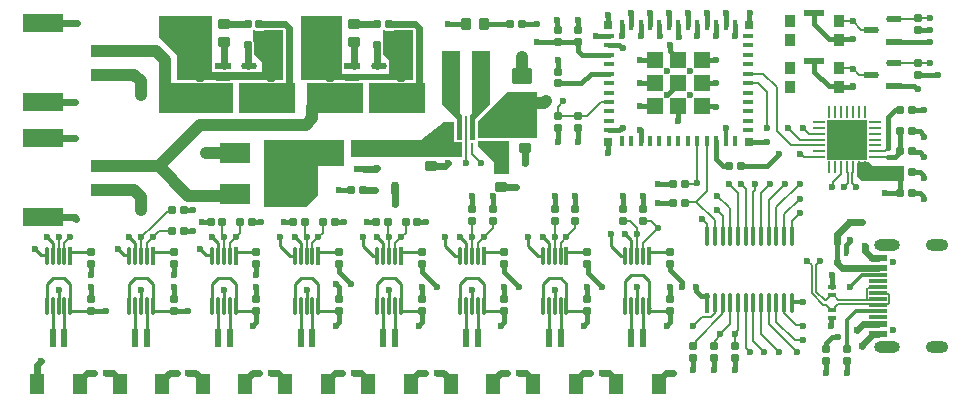
<source format=gtl>
G04*
G04 #@! TF.GenerationSoftware,Altium Limited,Altium Designer,25.5.2 (35)*
G04*
G04 Layer_Physical_Order=1*
G04 Layer_Color=255*
%FSLAX44Y44*%
%MOMM*%
G71*
G04*
G04 #@! TF.SameCoordinates,E2347265-D20F-491F-8A9E-089D316F0C9A*
G04*
G04*
G04 #@! TF.FilePolarity,Positive*
G04*
G01*
G75*
%ADD11C,0.2500*%
%ADD13C,0.1524*%
%ADD14C,0.2000*%
%ADD15C,0.3000*%
G04:AMPARAMS|DCode=17|XSize=0.6mm|YSize=0.7mm|CornerRadius=0.075mm|HoleSize=0mm|Usage=FLASHONLY|Rotation=180.000|XOffset=0mm|YOffset=0mm|HoleType=Round|Shape=RoundedRectangle|*
%AMROUNDEDRECTD17*
21,1,0.6000,0.5500,0,0,180.0*
21,1,0.4500,0.7000,0,0,180.0*
1,1,0.1500,-0.2250,0.2750*
1,1,0.1500,0.2250,0.2750*
1,1,0.1500,0.2250,-0.2750*
1,1,0.1500,-0.2250,-0.2750*
%
%ADD17ROUNDEDRECTD17*%
G04:AMPARAMS|DCode=18|XSize=0.8mm|YSize=1mm|CornerRadius=0.1mm|HoleSize=0mm|Usage=FLASHONLY|Rotation=90.000|XOffset=0mm|YOffset=0mm|HoleType=Round|Shape=RoundedRectangle|*
%AMROUNDEDRECTD18*
21,1,0.8000,0.8000,0,0,90.0*
21,1,0.6000,1.0000,0,0,90.0*
1,1,0.2000,0.4000,0.3000*
1,1,0.2000,0.4000,-0.3000*
1,1,0.2000,-0.4000,-0.3000*
1,1,0.2000,-0.4000,0.3000*
%
%ADD18ROUNDEDRECTD18*%
G04:AMPARAMS|DCode=19|XSize=0.6mm|YSize=0.7mm|CornerRadius=0.075mm|HoleSize=0mm|Usage=FLASHONLY|Rotation=90.000|XOffset=0mm|YOffset=0mm|HoleType=Round|Shape=RoundedRectangle|*
%AMROUNDEDRECTD19*
21,1,0.6000,0.5500,0,0,90.0*
21,1,0.4500,0.7000,0,0,90.0*
1,1,0.1500,0.2750,0.2250*
1,1,0.1500,0.2750,-0.2250*
1,1,0.1500,-0.2750,-0.2250*
1,1,0.1500,-0.2750,0.2250*
%
%ADD19ROUNDEDRECTD19*%
%ADD20R,1.5000X0.6000*%
%ADD21R,1.5000X0.3000*%
%ADD22R,0.6500X0.4000*%
%ADD23R,1.4478X1.4478*%
%ADD24R,0.7112X0.7112*%
%ADD25R,0.4064X0.8128*%
%ADD26R,0.8128X0.4064*%
G04:AMPARAMS|DCode=27|XSize=0.2425mm|YSize=1.0311mm|CornerRadius=0.1212mm|HoleSize=0mm|Usage=FLASHONLY|Rotation=90.000|XOffset=0mm|YOffset=0mm|HoleType=Round|Shape=RoundedRectangle|*
%AMROUNDEDRECTD27*
21,1,0.2425,0.7886,0,0,90.0*
21,1,0.0000,1.0311,0,0,90.0*
1,1,0.2425,0.3943,0.0000*
1,1,0.2425,0.3943,0.0000*
1,1,0.2425,-0.3943,0.0000*
1,1,0.2425,-0.3943,0.0000*
%
%ADD27ROUNDEDRECTD27*%
G04:AMPARAMS|DCode=28|XSize=1.0311mm|YSize=0.2425mm|CornerRadius=0.1212mm|HoleSize=0mm|Usage=FLASHONLY|Rotation=90.000|XOffset=0mm|YOffset=0mm|HoleType=Round|Shape=RoundedRectangle|*
%AMROUNDEDRECTD28*
21,1,1.0311,0.0000,0,0,90.0*
21,1,0.7886,0.2425,0,0,90.0*
1,1,0.2425,0.0000,0.3943*
1,1,0.2425,0.0000,-0.3943*
1,1,0.2425,0.0000,-0.3943*
1,1,0.2425,0.0000,0.3943*
%
%ADD28ROUNDEDRECTD28*%
%ADD29R,0.2425X1.0311*%
%ADD30R,3.5000X1.0000*%
%ADD31R,3.4000X1.5000*%
%ADD32R,0.6000X1.5500*%
%ADD33R,1.2000X1.8000*%
%ADD34R,0.9800X3.4000*%
%ADD35R,1.3383X0.5780*%
G04:AMPARAMS|DCode=36|XSize=1.3383mm|YSize=0.578mm|CornerRadius=0.289mm|HoleSize=0mm|Usage=FLASHONLY|Rotation=0.000|XOffset=0mm|YOffset=0mm|HoleType=Round|Shape=RoundedRectangle|*
%AMROUNDEDRECTD36*
21,1,1.3383,0.0000,0,0,0.0*
21,1,0.7603,0.5780,0,0,0.0*
1,1,0.5780,0.3802,0.0000*
1,1,0.5780,-0.3802,0.0000*
1,1,0.5780,-0.3802,0.0000*
1,1,0.5780,0.3802,0.0000*
%
%ADD36ROUNDEDRECTD36*%
G04:AMPARAMS|DCode=37|XSize=1.3571mm|YSize=0.5721mm|CornerRadius=0.2861mm|HoleSize=0mm|Usage=FLASHONLY|Rotation=180.000|XOffset=0mm|YOffset=0mm|HoleType=Round|Shape=RoundedRectangle|*
%AMROUNDEDRECTD37*
21,1,1.3571,0.0000,0,0,180.0*
21,1,0.7850,0.5721,0,0,180.0*
1,1,0.5721,-0.3925,0.0000*
1,1,0.5721,0.3925,0.0000*
1,1,0.5721,0.3925,0.0000*
1,1,0.5721,-0.3925,0.0000*
%
%ADD37ROUNDEDRECTD37*%
%ADD38R,1.3571X0.5721*%
%ADD39R,0.9000X1.0000*%
%ADD40R,1.7000X0.5500*%
%ADD41R,0.3500X1.5565*%
G04:AMPARAMS|DCode=42|XSize=1.5565mm|YSize=0.35mm|CornerRadius=0.175mm|HoleSize=0mm|Usage=FLASHONLY|Rotation=270.000|XOffset=0mm|YOffset=0mm|HoleType=Round|Shape=RoundedRectangle|*
%AMROUNDEDRECTD42*
21,1,1.5565,0.0000,0,0,270.0*
21,1,1.2065,0.3500,0,0,270.0*
1,1,0.3500,0.0000,-0.6033*
1,1,0.3500,0.0000,0.6033*
1,1,0.3500,0.0000,0.6033*
1,1,0.3500,0.0000,-0.6033*
%
%ADD42ROUNDEDRECTD42*%
%ADD43R,1.1500X0.6000*%
%ADD44R,0.3808X1.6554*%
G04:AMPARAMS|DCode=45|XSize=1.6554mm|YSize=0.3808mm|CornerRadius=0.1904mm|HoleSize=0mm|Usage=FLASHONLY|Rotation=90.000|XOffset=0mm|YOffset=0mm|HoleType=Round|Shape=RoundedRectangle|*
%AMROUNDEDRECTD45*
21,1,1.6554,0.0000,0,0,90.0*
21,1,1.2747,0.3808,0,0,90.0*
1,1,0.3808,0.0000,0.6373*
1,1,0.3808,0.0000,-0.6373*
1,1,0.3808,0.0000,-0.6373*
1,1,0.3808,0.0000,0.6373*
%
%ADD45ROUNDEDRECTD45*%
%ADD46R,0.7025X1.2575*%
G04:AMPARAMS|DCode=47|XSize=1.2575mm|YSize=0.7025mm|CornerRadius=0.3512mm|HoleSize=0mm|Usage=FLASHONLY|Rotation=270.000|XOffset=0mm|YOffset=0mm|HoleType=Round|Shape=RoundedRectangle|*
%AMROUNDEDRECTD47*
21,1,1.2575,0.0000,0,0,270.0*
21,1,0.5550,0.7025,0,0,270.0*
1,1,0.7025,0.0000,-0.2775*
1,1,0.7025,0.0000,0.2775*
1,1,0.7025,0.0000,0.2775*
1,1,0.7025,0.0000,-0.2775*
%
%ADD47ROUNDEDRECTD47*%
G04:AMPARAMS|DCode=48|XSize=0.24mm|YSize=0.6mm|CornerRadius=0.0504mm|HoleSize=0mm|Usage=FLASHONLY|Rotation=270.000|XOffset=0mm|YOffset=0mm|HoleType=Round|Shape=RoundedRectangle|*
%AMROUNDEDRECTD48*
21,1,0.2400,0.4992,0,0,270.0*
21,1,0.1392,0.6000,0,0,270.0*
1,1,0.1008,-0.2496,-0.0696*
1,1,0.1008,-0.2496,0.0696*
1,1,0.1008,0.2496,0.0696*
1,1,0.1008,0.2496,-0.0696*
%
%ADD48ROUNDEDRECTD48*%
G04:AMPARAMS|DCode=49|XSize=0.6mm|YSize=0.24mm|CornerRadius=0.0504mm|HoleSize=0mm|Usage=FLASHONLY|Rotation=270.000|XOffset=0mm|YOffset=0mm|HoleType=Round|Shape=RoundedRectangle|*
%AMROUNDEDRECTD49*
21,1,0.6000,0.1392,0,0,270.0*
21,1,0.4992,0.2400,0,0,270.0*
1,1,0.1008,-0.0696,-0.2496*
1,1,0.1008,-0.0696,0.2496*
1,1,0.1008,0.0696,0.2496*
1,1,0.1008,0.0696,-0.2496*
%
%ADD49ROUNDEDRECTD49*%
%ADD50R,2.6000X1.7000*%
G04:AMPARAMS|DCode=51|XSize=0.8mm|YSize=1mm|CornerRadius=0.1mm|HoleSize=0mm|Usage=FLASHONLY|Rotation=0.000|XOffset=0mm|YOffset=0mm|HoleType=Round|Shape=RoundedRectangle|*
%AMROUNDEDRECTD51*
21,1,0.8000,0.8000,0,0,0.0*
21,1,0.6000,1.0000,0,0,0.0*
1,1,0.2000,0.3000,-0.4000*
1,1,0.2000,-0.3000,-0.4000*
1,1,0.2000,-0.3000,0.4000*
1,1,0.2000,0.3000,0.4000*
%
%ADD51ROUNDEDRECTD51*%
%ADD52R,0.4000X0.6500*%
G04:AMPARAMS|DCode=53|XSize=1.4mm|YSize=1.7mm|CornerRadius=0.175mm|HoleSize=0mm|Usage=FLASHONLY|Rotation=270.000|XOffset=0mm|YOffset=0mm|HoleType=Round|Shape=RoundedRectangle|*
%AMROUNDEDRECTD53*
21,1,1.4000,1.3500,0,0,270.0*
21,1,1.0500,1.7000,0,0,270.0*
1,1,0.3500,-0.6750,-0.5250*
1,1,0.3500,-0.6750,0.5250*
1,1,0.3500,0.6750,0.5250*
1,1,0.3500,0.6750,-0.5250*
%
%ADD53ROUNDEDRECTD53*%
%ADD61R,3.3500X3.3500*%
G04:AMPARAMS|DCode=65|XSize=1.79mm|YSize=0.22mm|CornerRadius=0.0495mm|HoleSize=0mm|Usage=FLASHONLY|Rotation=270.000|XOffset=0mm|YOffset=0mm|HoleType=Round|Shape=RoundedRectangle|*
%AMROUNDEDRECTD65*
21,1,1.7900,0.1210,0,0,270.0*
21,1,1.6910,0.2200,0,0,270.0*
1,1,0.0990,-0.0605,-0.8455*
1,1,0.0990,-0.0605,0.8455*
1,1,0.0990,0.0605,0.8455*
1,1,0.0990,0.0605,-0.8455*
%
%ADD65ROUNDEDRECTD65*%
G04:AMPARAMS|DCode=66|XSize=1.79mm|YSize=0.24mm|CornerRadius=0.0504mm|HoleSize=0mm|Usage=FLASHONLY|Rotation=270.000|XOffset=0mm|YOffset=0mm|HoleType=Round|Shape=RoundedRectangle|*
%AMROUNDEDRECTD66*
21,1,1.7900,0.1392,0,0,270.0*
21,1,1.6892,0.2400,0,0,270.0*
1,1,0.1008,-0.0696,-0.8446*
1,1,0.1008,-0.0696,0.8446*
1,1,0.1008,0.0696,0.8446*
1,1,0.1008,0.0696,-0.8446*
%
%ADD66ROUNDEDRECTD66*%
%ADD70C,0.6000*%
%ADD75C,0.4000*%
%ADD76C,1.0000*%
%ADD77C,0.1582*%
%ADD78C,0.6000*%
%ADD79O,2.2000X1.0000*%
%ADD80O,1.9000X1.0000*%
G36*
X310000Y308113D02*
X350000D01*
Y320000D01*
X345098Y324902D01*
Y332500D01*
X345054Y332721D01*
Y335250D01*
X345000Y335521D01*
Y345000D01*
X346167D01*
X346677Y344660D01*
X347750Y344446D01*
X352250D01*
X353323Y344660D01*
X353686Y344902D01*
X369902D01*
Y302500D01*
X275000D01*
Y357500D01*
X310000D01*
Y308113D01*
D02*
G37*
G36*
X200000Y310000D02*
X200146D01*
Y309610D01*
X217529D01*
Y310000D01*
X225294D01*
X225453Y309894D01*
X227360Y309514D01*
X234964D01*
X236872Y309894D01*
X237031Y310000D01*
X242500D01*
Y317500D01*
X235098Y324902D01*
Y332500D01*
X235054Y332723D01*
Y335250D01*
X235000Y335520D01*
Y345000D01*
X236168D01*
X236677Y344660D01*
X237750Y344446D01*
X242250D01*
X243323Y344660D01*
X243685Y344902D01*
X259902D01*
Y302500D01*
X170000D01*
X170000Y324000D01*
X155000Y339000D01*
X155000Y357500D01*
X200000D01*
Y310000D01*
D02*
G37*
G36*
X380000Y275000D02*
X332500D01*
Y300000D01*
X356979D01*
X357250Y299946D01*
X362750D01*
X363021Y300000D01*
X380000D01*
Y275000D01*
D02*
G37*
G36*
X327500D02*
X280000D01*
Y300000D01*
X296979D01*
X297250Y299946D01*
X302750D01*
X303021Y300000D01*
X327500D01*
Y275000D01*
D02*
G37*
G36*
X270000D02*
X222500D01*
Y300000D01*
X246979D01*
X247250Y299946D01*
X252750D01*
X253021Y300000D01*
X270000D01*
Y275000D01*
D02*
G37*
G36*
X217500D02*
X155000D01*
Y300000D01*
X186979D01*
X187250Y299946D01*
X192750D01*
X193021Y300000D01*
X217500D01*
Y275000D01*
D02*
G37*
G36*
X475000Y253387D02*
X425000Y253387D01*
Y267500D01*
X450000Y292500D01*
X475000D01*
Y253387D01*
D02*
G37*
G36*
X435000Y282500D02*
X422500Y270000D01*
Y252500D01*
X418446D01*
Y273446D01*
X420000Y275000D01*
X420000Y327500D01*
X435000D01*
Y282500D01*
D02*
G37*
G36*
X410000Y275000D02*
X411733Y273267D01*
Y252500D01*
X407500D01*
Y270000D01*
X395000Y282500D01*
Y327500D01*
X410000D01*
X410000Y275000D01*
D02*
G37*
G36*
X405000Y250000D02*
X411618D01*
Y237500D01*
X400492D01*
X400000Y237598D01*
X399508Y237500D01*
X317500D01*
Y252500D01*
X376667D01*
X396667Y267500D01*
X405000D01*
Y250000D01*
D02*
G37*
G36*
X451000Y251347D02*
Y223000D01*
X439000D01*
Y233000D01*
X425089Y246911D01*
Y251348D01*
X451000Y251347D01*
D02*
G37*
G36*
X759979Y230000D02*
X786000D01*
Y217500D01*
X750000D01*
X745651Y221849D01*
Y224528D01*
X745775Y225152D01*
Y233038D01*
X746540Y233750D01*
X756229D01*
X759979Y230000D01*
D02*
G37*
G36*
X311250Y229904D02*
X290000Y229904D01*
Y204615D01*
X279583Y195000D01*
X243750D01*
Y252000D01*
X311250D01*
Y229904D01*
D02*
G37*
D11*
X570500Y157259D02*
X587500D01*
X545964Y153795D02*
X549538D01*
X537500Y162259D02*
Y169759D01*
Y162259D02*
X545964Y153795D01*
X587000Y157259D02*
X587500D01*
X570462Y107259D02*
X587500D01*
X55000Y155000D02*
X59538D01*
X50000Y160000D02*
X55000Y155000D01*
X360500Y157500D02*
X377500D01*
X550000Y172500D02*
X555000Y167500D01*
Y153267D02*
Y167500D01*
X479538Y154035D02*
X480000Y153574D01*
X467500Y162500D02*
X475965Y154035D01*
X467500Y162500D02*
Y170000D01*
X480000Y153509D02*
Y153574D01*
X475965Y154035D02*
X479538D01*
X397500Y162500D02*
Y170000D01*
X405965Y154035D02*
X409538D01*
X410000Y153509D02*
Y153573D01*
X409538Y154035D02*
X410000Y153573D01*
X397500Y162500D02*
X405965Y154035D01*
X340000Y153509D02*
Y153574D01*
X339538Y154036D02*
X340000Y153574D01*
X327500Y162500D02*
X335964Y154036D01*
X327500Y162500D02*
Y170000D01*
X335964Y154036D02*
X339538D01*
X270000Y153508D02*
Y153574D01*
X257500Y162500D02*
X265965Y154036D01*
X269538D02*
X270000Y153574D01*
X257500Y162500D02*
Y170000D01*
X265965Y154036D02*
X269538D01*
X565000Y92000D02*
Y113991D01*
X555000Y92000D02*
Y113991D01*
X205000Y160003D02*
X205000D01*
X205000Y153508D02*
Y165000D01*
X120000Y160000D02*
X125000Y155000D01*
X205000Y89500D02*
Y111491D01*
X215000Y89500D02*
Y111491D01*
X550000Y113991D02*
Y132500D01*
X555000Y137500D01*
X565000D01*
X570000Y132500D01*
Y113991D02*
Y132500D01*
X560000Y113991D02*
Y127500D01*
X480000Y111491D02*
Y130000D01*
X485000Y135000D01*
X495000D01*
X500000Y130000D01*
Y111491D02*
Y130000D01*
X490000Y111491D02*
Y125000D01*
X410001Y111491D02*
Y130000D01*
X415000Y135000D01*
X425000D01*
X430001Y130000D01*
Y111491D02*
Y130000D01*
X420001Y111491D02*
Y125000D01*
X340000Y111491D02*
Y130000D01*
X345001Y135000D01*
X355000D01*
X360000Y130000D01*
Y111491D02*
Y130000D01*
X350000Y111491D02*
Y125000D01*
X270000Y111491D02*
Y130000D01*
X275001Y135000D01*
X285000D01*
X290000Y130000D01*
Y111491D02*
Y130000D01*
X280000Y111491D02*
Y125000D01*
X200001Y111491D02*
Y130000D01*
X205001Y135000D01*
X215000D01*
X220001Y130000D01*
Y111491D02*
Y130000D01*
X210001Y111491D02*
Y125000D01*
X130000Y111491D02*
Y130000D01*
X135000Y135000D01*
X145000D01*
X150000Y130000D01*
Y111491D02*
Y130000D01*
X140000Y111491D02*
Y125000D01*
X70000Y111491D02*
Y125000D01*
X80000Y111491D02*
Y130000D01*
X75000Y135000D02*
X80000Y130000D01*
X65001Y135000D02*
X75000D01*
X60000Y130000D02*
X65001Y135000D01*
X60000Y111491D02*
Y130000D01*
X495000Y89500D02*
Y111491D01*
X485000Y89500D02*
Y111491D01*
X425000Y89500D02*
Y111491D01*
X415000Y89500D02*
Y111491D01*
X355000Y89500D02*
Y111491D01*
X345000Y89500D02*
Y111491D01*
X285000Y89500D02*
Y111491D01*
X275000Y89500D02*
Y111491D01*
X145000Y89500D02*
Y111491D01*
X135000Y89500D02*
Y111491D01*
X75000Y84500D02*
Y106491D01*
X65000Y84500D02*
Y106491D01*
Y153508D02*
Y165000D01*
X60000Y170000D02*
X65000Y165000D01*
X135000Y153508D02*
Y165000D01*
X130000Y170000D02*
X135000Y165000D01*
X125000Y155000D02*
X129538D01*
X200000Y170000D02*
X205000Y165000D01*
X195000Y155000D02*
X199538D01*
X190000Y160000D02*
X195000Y155000D01*
X275000Y153508D02*
Y165000D01*
X270000Y170000D02*
X275000Y165000D01*
X345000Y153508D02*
Y165000D01*
X340000Y170000D02*
X345000Y165000D01*
X415000Y153508D02*
Y165000D01*
X410000Y170000D02*
X415000Y165000D01*
X480000Y170000D02*
X485000Y165000D01*
Y153508D02*
Y165000D01*
X205000Y153508D02*
Y160003D01*
X220462Y107500D02*
X237500D01*
X220500Y157500D02*
X237500D01*
X290462Y107500D02*
X307500D01*
X290500Y157500D02*
X307500D01*
X80462Y107500D02*
X97500D01*
X80500Y157500D02*
X97500D01*
X150462Y107500D02*
X167500D01*
X150500Y157500D02*
X167500D01*
X360463Y107500D02*
X377500D01*
X430462D02*
X447500D01*
X430500Y157500D02*
X447500D01*
X500462Y107500D02*
X517500D01*
X500500Y157500D02*
X517500D01*
X570000Y110221D02*
Y113750D01*
Y110221D02*
X570462Y109759D01*
D13*
X678000Y259500D02*
X690000Y247500D01*
X666750Y308250D02*
X678000Y297000D01*
Y259500D02*
Y297000D01*
X625500Y82188D02*
X630000Y86688D01*
X625500Y77500D02*
Y82188D01*
X671250Y96250D02*
Y113996D01*
Y96250D02*
X695000Y72500D01*
X693500Y82500D02*
X700000D01*
X677750Y98250D02*
Y114246D01*
Y98250D02*
X693500Y82500D01*
X664750Y87750D02*
X680000Y72500D01*
X664750Y87750D02*
Y114246D01*
X210000Y153509D02*
Y171211D01*
X658250Y81750D02*
X667500Y72500D01*
X658250Y81750D02*
Y113996D01*
X797000Y317000D02*
X797500Y317500D01*
X777005Y317000D02*
X797000D01*
X797500Y317500D02*
X807500D01*
X565000Y183750D02*
X571250D01*
X577500Y177500D01*
X348750Y172461D02*
X350000Y171211D01*
X348750Y172461D02*
Y182500D01*
X350000Y153509D02*
Y171211D01*
X278750Y172461D02*
Y182500D01*
X280000Y153508D02*
Y171211D01*
X278750Y172461D02*
X280000Y171211D01*
X208750Y172461D02*
Y182500D01*
Y172461D02*
X210000Y171211D01*
X166056Y192306D02*
X166250Y192500D01*
X162306Y192306D02*
X166056D01*
X150537Y180537D02*
X162306Y192306D01*
X658250Y170754D02*
Y208250D01*
X660000Y210000D02*
Y215000D01*
X658250Y208250D02*
X660000Y210000D01*
X517500Y272500D02*
X529250Y284250D01*
X535750D01*
X510000Y272500D02*
X517500D01*
X492500Y272500D02*
X510000D01*
X492500Y280000D02*
X497500Y285000D01*
X492500Y272500D02*
Y280000D01*
X565000Y165000D02*
X577500Y177500D01*
X565000Y155767D02*
Y165000D01*
X610750Y215750D02*
Y251250D01*
X610188Y215188D02*
X610750Y215750D01*
X610000Y200000D02*
X618750Y208750D01*
X637500Y215000D02*
X645250Y207250D01*
Y171063D02*
Y207250D01*
X627500Y192500D02*
X632250Y187750D01*
Y170754D02*
Y187750D01*
X625750Y170754D02*
Y184250D01*
X610000Y200000D02*
X625750Y184250D01*
X600000Y200000D02*
X610000D01*
X618750Y208750D02*
Y251250D01*
X600188Y215188D02*
X610188D01*
X600000Y215000D02*
X600188Y215188D01*
X647500Y215000D02*
X651750Y210750D01*
Y171003D02*
Y210750D01*
X671250Y170754D02*
Y201250D01*
X684907Y214907D01*
X677750Y195250D02*
X697500Y215000D01*
X677750Y170754D02*
Y195250D01*
X664750Y207250D02*
X672500Y215000D01*
X664750Y170754D02*
Y207250D01*
X684250Y189250D02*
X697500Y202500D01*
X690750Y183250D02*
X697500Y190000D01*
X684250Y170754D02*
Y189250D01*
X690750Y170754D02*
Y183250D01*
X701082Y237500D02*
X714095D01*
X698582Y240000D02*
X701082Y237500D01*
X697500Y240000D02*
X698582D01*
X651750Y75750D02*
X655000Y72500D01*
X651750Y75750D02*
Y113937D01*
X684279Y105721D02*
Y114217D01*
X684250Y114246D02*
X684279Y114217D01*
Y105721D02*
X694611Y95389D01*
X699611D01*
X700000Y95000D01*
X547500Y183750D02*
X553750D01*
X560000Y172500D02*
Y177500D01*
X553750Y183750D02*
X560000Y177500D01*
X600000Y215000D02*
X600001Y215000D01*
X742500Y352500D02*
X749769Y345231D01*
X742250Y352750D02*
X742500Y352500D01*
X560000Y155767D02*
X560000Y155767D01*
Y153267D02*
Y172500D01*
X560000Y172500D01*
X642500Y77500D02*
Y87500D01*
Y77500D02*
X642500Y77500D01*
X642500Y87500D02*
Y88312D01*
Y87500D02*
X642500Y87500D01*
X642500Y88312D02*
X645250Y91062D01*
Y114246D01*
X638750Y96250D02*
Y114246D01*
X630000Y87500D02*
X638750Y96250D01*
X630000Y86688D02*
Y87500D01*
X150000Y170000D02*
X155000Y175000D01*
X166250D01*
X150537Y180537D02*
X150537D01*
X140000Y170000D02*
X150537Y180537D01*
X223750Y173750D02*
Y182500D01*
X220000Y170000D02*
X223750Y173750D01*
X293750Y173750D02*
Y182500D01*
X290000Y170000D02*
X293750Y173750D01*
X360000Y170000D02*
X363750Y173750D01*
Y182500D01*
X500000Y170000D02*
X507500Y177500D01*
Y183750D01*
X490000Y170000D02*
X490000Y170000D01*
Y183750D01*
X490000Y183750D01*
X430000Y170000D02*
X437500Y177500D01*
Y183750D01*
X420000Y170000D02*
X420000Y170000D01*
Y183750D01*
X420000Y183750D01*
X495000Y160003D02*
X495000D01*
X742250Y312750D02*
X747500Y307500D01*
X70000Y153509D02*
Y170000D01*
X75000Y165000D02*
X80000Y170000D01*
X75000Y160003D02*
Y165000D01*
X140000Y153509D02*
Y170000D01*
X145000Y165000D02*
X150000Y170000D01*
X145000Y160003D02*
Y165000D01*
X215000D02*
X220000Y170000D01*
X215000Y160003D02*
Y165000D01*
X285000D02*
X290000Y170000D01*
X285000Y160003D02*
Y165000D01*
X355000Y165000D02*
X360000Y170000D01*
X355000Y160003D02*
Y165000D01*
X420000Y153509D02*
Y170000D01*
X425000Y165000D02*
X430000Y170000D01*
X425000Y160003D02*
Y165000D01*
X495000Y160003D02*
Y165000D01*
X500000Y170000D01*
X490000Y153509D02*
Y170000D01*
X495000Y153509D02*
Y160003D01*
X215000D02*
X215000Y160002D01*
X687500Y262500D02*
X697500Y252500D01*
X702500D01*
X700000Y262500D02*
X705000Y257500D01*
X714095D01*
X670000Y262500D02*
Y292500D01*
X702500Y252500D02*
X714095D01*
X690000Y247500D02*
X702500D01*
X714095D01*
X662250Y300250D02*
X670000Y292500D01*
X653750Y300250D02*
X662250D01*
X653750Y308250D02*
X666750D01*
X797500Y355000D02*
X807500D01*
X747500Y307500D02*
X757994D01*
X730500Y313000D02*
X730750Y312750D01*
X742250D01*
X757764Y345231D02*
X757994Y345000D01*
X749769Y345231D02*
X757764D01*
X730500Y353000D02*
X730750Y352750D01*
X742250D01*
X777005Y354500D02*
X777256Y354750D01*
X797250D01*
X797500Y355000D01*
D14*
X615000Y102500D02*
X622500D01*
X625404Y105404D02*
Y113900D01*
X622500Y102500D02*
X625404Y105404D01*
Y113900D02*
X625750Y114246D01*
X632096Y104595D02*
Y114092D01*
X609462Y81962D02*
X632096Y104595D01*
X607500Y77500D02*
X607962D01*
X609462Y79000D01*
Y81962D01*
X725387Y212887D02*
Y216137D01*
X732500Y223250D02*
Y229095D01*
X725000Y212500D02*
X725387Y212887D01*
Y216137D02*
X732500Y223250D01*
X637611Y195000D02*
X638750Y193861D01*
Y170754D02*
Y193861D01*
X637500Y195000D02*
X637611D01*
X627500Y205000D02*
X637500Y195000D01*
X420000Y240000D02*
X427500Y232500D01*
X420000Y240000D02*
Y246000D01*
X607500Y95000D02*
X615000Y102500D01*
X619250Y170754D02*
Y180750D01*
X615000Y185000D02*
X619250Y180750D01*
X747500Y222500D02*
Y229095D01*
X750000Y220000D02*
X752500D01*
X747500Y222500D02*
X750000Y220000D01*
X752500D02*
Y229095D01*
X770001Y242500D02*
X772500Y245000D01*
X760905Y242500D02*
X770001D01*
X760905Y237500D02*
X772500D01*
X415000Y232500D02*
X415000Y232500D01*
Y263050D01*
D15*
X691123Y115000D02*
X700000D01*
X690750Y114627D02*
X691123Y115000D01*
X690750Y114246D02*
Y114627D01*
X750000Y137500D02*
X764000D01*
X740000Y127500D02*
X750000Y137500D01*
X737500Y75000D02*
Y100000D01*
X745000Y107500D01*
X764000D01*
X634750Y251250D02*
Y262250D01*
D17*
X240000Y350000D02*
D03*
X230000D02*
D03*
X176250Y192500D02*
D03*
X166250D02*
D03*
X792500Y277500D02*
D03*
X782500D02*
D03*
X792500Y242500D02*
D03*
X782500D02*
D03*
X782500Y260000D02*
D03*
X792500D02*
D03*
X176250Y175000D02*
D03*
X166250D02*
D03*
X233750Y182500D02*
D03*
X223750D02*
D03*
X198750Y182500D02*
D03*
X208750D02*
D03*
X303750Y182500D02*
D03*
X293750D02*
D03*
X268750Y182500D02*
D03*
X278750D02*
D03*
X373750Y182500D02*
D03*
X363750D02*
D03*
X338750Y182500D02*
D03*
X348750D02*
D03*
X647500Y230000D02*
D03*
X637500D02*
D03*
X590000Y215000D02*
D03*
X600000D02*
D03*
X590000Y199000D02*
D03*
X600000D02*
D03*
X462500Y350000D02*
D03*
X452500D02*
D03*
X340000Y350000D02*
D03*
X350000D02*
D03*
X350000Y332500D02*
D03*
X340000D02*
D03*
X240000Y332500D02*
D03*
X230000D02*
D03*
X327500Y210000D02*
D03*
X317500D02*
D03*
X782500Y207500D02*
D03*
X792500D02*
D03*
X782500Y225000D02*
D03*
X792500D02*
D03*
D18*
X210000Y350000D02*
D03*
Y335000D02*
D03*
X320000D02*
D03*
Y350000D02*
D03*
X445000Y260000D02*
D03*
Y245000D02*
D03*
Y227500D02*
D03*
Y212500D02*
D03*
X385000Y245000D02*
D03*
Y230000D02*
D03*
X465000Y260000D02*
D03*
Y245000D02*
D03*
D19*
X565000Y193750D02*
D03*
Y183750D02*
D03*
X492500Y262500D02*
D03*
Y272500D02*
D03*
X642500Y67500D02*
D03*
Y77500D02*
D03*
X625000Y67500D02*
D03*
Y77500D02*
D03*
X437500Y193750D02*
D03*
Y183750D02*
D03*
X420000Y193750D02*
D03*
Y183750D02*
D03*
X507500Y193750D02*
D03*
Y183750D02*
D03*
X490000Y193750D02*
D03*
Y183750D02*
D03*
X547500Y193750D02*
D03*
Y183750D02*
D03*
X797500Y317500D02*
D03*
Y307500D02*
D03*
X607500Y67500D02*
D03*
Y77500D02*
D03*
X797500Y355000D02*
D03*
Y345000D02*
D03*
X492500Y310000D02*
D03*
Y300000D02*
D03*
X720000Y75000D02*
D03*
Y65000D02*
D03*
X737500Y75000D02*
D03*
Y65000D02*
D03*
X510000Y272500D02*
D03*
Y262500D02*
D03*
X492500Y335000D02*
D03*
Y345000D02*
D03*
X510000Y335000D02*
D03*
Y345000D02*
D03*
X97500Y107500D02*
D03*
Y117500D02*
D03*
Y157500D02*
D03*
Y147500D02*
D03*
X167500Y107500D02*
D03*
Y117500D02*
D03*
Y157500D02*
D03*
Y147500D02*
D03*
X237500Y107500D02*
D03*
Y117500D02*
D03*
Y157500D02*
D03*
Y147500D02*
D03*
X307500Y107500D02*
D03*
Y117500D02*
D03*
Y157500D02*
D03*
Y147500D02*
D03*
X300000Y305000D02*
D03*
Y295000D02*
D03*
X190000Y305000D02*
D03*
Y295000D02*
D03*
X360000Y305000D02*
D03*
Y295000D02*
D03*
X250000Y305000D02*
D03*
Y295000D02*
D03*
X377500Y107500D02*
D03*
Y117500D02*
D03*
X377500Y157500D02*
D03*
Y147500D02*
D03*
X447500Y107500D02*
D03*
Y117500D02*
D03*
Y157500D02*
D03*
Y147500D02*
D03*
X517500Y107500D02*
D03*
Y117500D02*
D03*
Y157500D02*
D03*
Y147500D02*
D03*
X587500Y107259D02*
D03*
Y117259D02*
D03*
Y157259D02*
D03*
Y147259D02*
D03*
D20*
X764000Y96000D02*
D03*
Y88000D02*
D03*
Y152000D02*
D03*
Y144000D02*
D03*
D21*
Y102500D02*
D03*
Y107500D02*
D03*
Y112500D02*
D03*
Y137500D02*
D03*
Y132500D02*
D03*
Y127500D02*
D03*
Y122500D02*
D03*
Y117500D02*
D03*
D22*
X725000Y127500D02*
D03*
Y120500D02*
D03*
Y101500D02*
D03*
Y108500D02*
D03*
D23*
X594750Y320000D02*
D03*
X614500D02*
D03*
Y300250D02*
D03*
Y280500D02*
D03*
X594750D02*
D03*
X575000D02*
D03*
Y300250D02*
D03*
Y320000D02*
D03*
X594750Y300250D02*
D03*
D24*
X535250Y349750D02*
D03*
Y250751D02*
D03*
X654250Y250750D02*
D03*
Y349750D02*
D03*
D25*
X546750Y349250D02*
D03*
X554750D02*
D03*
X562750D02*
D03*
X570750D02*
D03*
X578750D02*
D03*
X586750D02*
D03*
X594750D02*
D03*
X602750D02*
D03*
X610750D02*
D03*
X618750D02*
D03*
X626750D02*
D03*
X634750D02*
D03*
X642750D02*
D03*
X642750Y251250D02*
D03*
X634750D02*
D03*
X626750D02*
D03*
X618750D02*
D03*
X610750D02*
D03*
X602750D02*
D03*
X594750D02*
D03*
X586750D02*
D03*
X578750D02*
D03*
X570750D02*
D03*
X562750D02*
D03*
X554750D02*
D03*
X546750D02*
D03*
D26*
X653750Y340250D02*
D03*
Y332250D02*
D03*
Y324250D02*
D03*
Y316250D02*
D03*
Y308250D02*
D03*
Y300250D02*
D03*
Y292250D02*
D03*
Y284250D02*
D03*
Y276250D02*
D03*
Y268250D02*
D03*
Y260250D02*
D03*
X535750D02*
D03*
Y268250D02*
D03*
Y276250D02*
D03*
Y284250D02*
D03*
Y292250D02*
D03*
Y300250D02*
D03*
Y308250D02*
D03*
Y316250D02*
D03*
Y324250D02*
D03*
Y332250D02*
D03*
Y340250D02*
D03*
D27*
X714095Y237500D02*
D03*
Y242500D02*
D03*
Y247500D02*
D03*
Y252500D02*
D03*
Y257500D02*
D03*
Y262500D02*
D03*
Y267500D02*
D03*
X760905D02*
D03*
Y262500D02*
D03*
Y257500D02*
D03*
Y252500D02*
D03*
Y247500D02*
D03*
Y242500D02*
D03*
Y237500D02*
D03*
D28*
X722500Y275905D02*
D03*
X727500D02*
D03*
X732500D02*
D03*
X737500D02*
D03*
X742500D02*
D03*
X747500D02*
D03*
X752500D02*
D03*
Y229095D02*
D03*
X747500D02*
D03*
X742500D02*
D03*
X737500D02*
D03*
X732500D02*
D03*
X727500D02*
D03*
D29*
X722500D02*
D03*
D30*
X114500Y230000D02*
D03*
Y210000D02*
D03*
Y327500D02*
D03*
Y307500D02*
D03*
D31*
X57000Y253500D02*
D03*
Y186500D02*
D03*
Y351000D02*
D03*
Y284000D02*
D03*
D32*
X75000Y84500D02*
D03*
X65000D02*
D03*
X145000D02*
D03*
X135000D02*
D03*
X215000D02*
D03*
X205000D02*
D03*
X285000D02*
D03*
X275000D02*
D03*
X355000D02*
D03*
X345000D02*
D03*
X425000D02*
D03*
X415000D02*
D03*
X495000D02*
D03*
X485000D02*
D03*
X565000D02*
D03*
X555000D02*
D03*
D33*
X88000Y45750D02*
D03*
X52000D02*
D03*
X158000D02*
D03*
X122000D02*
D03*
X228000D02*
D03*
X192000D02*
D03*
X298000D02*
D03*
X262000D02*
D03*
X368000D02*
D03*
X332000D02*
D03*
X438000D02*
D03*
X402000D02*
D03*
X508000D02*
D03*
X472000D02*
D03*
X578000D02*
D03*
X542000D02*
D03*
D34*
X426850Y307500D02*
D03*
X403150D02*
D03*
D35*
X208838Y314500D02*
D03*
X318838D02*
D03*
D36*
X208838Y305000D02*
D03*
Y295500D02*
D03*
X231162D02*
D03*
Y314500D02*
D03*
X318838Y305000D02*
D03*
Y295500D02*
D03*
X341162D02*
D03*
Y314500D02*
D03*
D37*
X757995Y345000D02*
D03*
X777005Y354500D02*
D03*
X757995Y307500D02*
D03*
X777005Y317000D02*
D03*
D38*
Y335500D02*
D03*
Y298000D02*
D03*
D39*
X689500Y313000D02*
D03*
X730500D02*
D03*
X689500Y297000D02*
D03*
X730500D02*
D03*
X689500Y353000D02*
D03*
X730500D02*
D03*
X689500Y337000D02*
D03*
X730500D02*
D03*
D40*
X710000Y319250D02*
D03*
Y359250D02*
D03*
D41*
X80000Y153509D02*
D03*
X150000D02*
D03*
X220000D02*
D03*
X290000D02*
D03*
X430000D02*
D03*
X570000D02*
D03*
X500000D02*
D03*
X360000D02*
D03*
D42*
X75000D02*
D03*
X70000D02*
D03*
X65000D02*
D03*
X60000D02*
D03*
Y111491D02*
D03*
X65000D02*
D03*
X70000D02*
D03*
X75000D02*
D03*
X80000D02*
D03*
X145000Y153509D02*
D03*
X140000D02*
D03*
X135000D02*
D03*
X130000D02*
D03*
Y111491D02*
D03*
X135000D02*
D03*
X140000D02*
D03*
X145000D02*
D03*
X150000D02*
D03*
X215000Y153509D02*
D03*
X210000D02*
D03*
X205000D02*
D03*
X200000D02*
D03*
Y111491D02*
D03*
X205000D02*
D03*
X210000D02*
D03*
X215000D02*
D03*
X220000D02*
D03*
X285000Y153509D02*
D03*
X280000D02*
D03*
X275000D02*
D03*
X270000D02*
D03*
Y111491D02*
D03*
X275000D02*
D03*
X280000D02*
D03*
X285000D02*
D03*
X290000D02*
D03*
X425000Y153509D02*
D03*
X420000D02*
D03*
X415000D02*
D03*
X410000D02*
D03*
Y111491D02*
D03*
X415000D02*
D03*
X420000D02*
D03*
X425000D02*
D03*
X430000D02*
D03*
X565000Y153509D02*
D03*
X560000D02*
D03*
X555000D02*
D03*
X550000D02*
D03*
Y111491D02*
D03*
X555000D02*
D03*
X560000D02*
D03*
X565000D02*
D03*
X570000D02*
D03*
X495000Y153509D02*
D03*
X490000D02*
D03*
X485000D02*
D03*
X480000D02*
D03*
Y111491D02*
D03*
X485000D02*
D03*
X490000D02*
D03*
X495000D02*
D03*
X500000D02*
D03*
X355000Y153509D02*
D03*
X350000D02*
D03*
X345000D02*
D03*
X340000D02*
D03*
Y111491D02*
D03*
X345000D02*
D03*
X350000D02*
D03*
X355000D02*
D03*
X360000D02*
D03*
D43*
X304000Y237500D02*
D03*
X326000Y247100D02*
D03*
Y227900D02*
D03*
D44*
X619250Y114246D02*
D03*
D45*
X625750D02*
D03*
X632250D02*
D03*
X638750D02*
D03*
X645250D02*
D03*
X651750D02*
D03*
X658250D02*
D03*
X664750D02*
D03*
X671250D02*
D03*
X677750D02*
D03*
X684250D02*
D03*
X690750D02*
D03*
Y170754D02*
D03*
X684250D02*
D03*
X677750D02*
D03*
X671250D02*
D03*
X664750D02*
D03*
X658250D02*
D03*
X651750D02*
D03*
X645250D02*
D03*
X638750D02*
D03*
X632250D02*
D03*
X625750D02*
D03*
X619250D02*
D03*
D46*
X355000Y244004D02*
D03*
D47*
Y210996D02*
D03*
D48*
X401000Y265000D02*
D03*
Y260000D02*
D03*
Y255000D02*
D03*
Y250000D02*
D03*
X429000D02*
D03*
Y255000D02*
D03*
Y260000D02*
D03*
Y265000D02*
D03*
D49*
X410000Y246000D02*
D03*
X415000D02*
D03*
X420000D02*
D03*
D50*
X219500Y206000D02*
D03*
X260500D02*
D03*
X219500Y241000D02*
D03*
X260500D02*
D03*
D51*
X415000Y350000D02*
D03*
X430000D02*
D03*
D52*
X736500Y157500D02*
D03*
X729500D02*
D03*
D53*
X462500Y306430D02*
D03*
Y283570D02*
D03*
D61*
X737500Y252500D02*
D03*
D65*
X419900Y263050D02*
D03*
X410100D02*
D03*
D66*
X415000D02*
D03*
D70*
X282500Y241000D02*
X286000Y237500D01*
X304000D01*
X57000Y186500D02*
X83500D01*
X85000Y185000D01*
X83500Y253500D02*
X84000Y254000D01*
X57000Y253500D02*
X83500D01*
X57000Y351000D02*
X86000D01*
X57000Y284000D02*
X84000D01*
X210000Y350000D02*
X230000D01*
X249750Y295250D02*
X250000Y295000D01*
X740000Y183000D02*
X750000D01*
X746000Y144000D02*
X764000D01*
X729500Y164639D02*
Y172500D01*
X740000Y183000D01*
X729500Y148000D02*
X733462Y144038D01*
X735051D02*
X735089Y144000D01*
X733462Y144038D02*
X735051D01*
X735089Y144000D02*
X746000D01*
X729500Y148000D02*
Y150000D01*
X339150Y227900D02*
X339250Y228000D01*
X328750Y227900D02*
X339150D01*
X88000Y48750D02*
X94250Y55000D01*
X88000Y45750D02*
Y48750D01*
X94250Y55000D02*
X100000D01*
X115750D02*
X122000Y48750D01*
Y45750D02*
Y48750D01*
X110000Y55000D02*
X115750D01*
X158000Y48750D02*
X164250Y55000D01*
X158000Y45750D02*
Y48750D01*
X164250Y55000D02*
X170000D01*
X180000D02*
X185750D01*
X192000Y45750D02*
Y48750D01*
X185750Y55000D02*
X192000Y48750D01*
X228000D02*
X234250Y55000D01*
X228000Y45750D02*
Y48750D01*
X234250Y55000D02*
X240000D01*
X262000Y45750D02*
Y48750D01*
X255750Y55000D02*
X262000Y48750D01*
X250000Y55000D02*
X255750D01*
X298000Y45750D02*
Y48750D01*
X304250Y55000D01*
X310000D01*
X325750D02*
X332000Y48750D01*
X320000Y55000D02*
X325750D01*
X332000Y45750D02*
Y48750D01*
X368000Y45750D02*
Y48750D01*
X374250Y55000D02*
X380000D01*
X368000Y48750D02*
X374250Y55000D01*
X402000Y45750D02*
Y48750D01*
X395750Y55000D02*
X402000Y48750D01*
X390000Y55000D02*
X395750D01*
X444250D02*
X450000D01*
X438000Y45750D02*
Y48750D01*
X444250Y55000D01*
X578000Y45750D02*
Y48750D01*
X584250Y55000D01*
X590000D01*
X535750D02*
X542000Y48750D01*
Y45750D02*
Y48750D01*
X530000Y55000D02*
X535750D01*
X508000Y45750D02*
Y48750D01*
X514250Y55000D01*
X520000D01*
X472000Y45750D02*
Y48750D01*
X465750Y55000D02*
X472000Y48750D01*
X460000Y55000D02*
X465750D01*
X52000Y45750D02*
Y62000D01*
X55000Y65000D01*
X759500Y88000D02*
X764000D01*
X750000Y78500D02*
X759500Y88000D01*
X750000Y77500D02*
Y78500D01*
X355000Y244004D02*
Y246587D01*
Y244004D02*
Y245490D01*
X210000Y314890D02*
Y335000D01*
X320000Y314890D02*
Y335000D01*
X746000Y91000D02*
X751000Y96000D01*
X764000D01*
X752500Y157865D02*
X758365Y152000D01*
X752500Y157865D02*
Y162500D01*
X758365Y152000D02*
X764000D01*
X354488Y247100D02*
X355000Y246587D01*
X326000Y247100D02*
X354488D01*
X397500Y230000D02*
X400000Y232500D01*
X385000Y230000D02*
X397500D01*
X384502Y244502D02*
X385000Y245000D01*
X355498Y244502D02*
X384502D01*
X355000Y244004D02*
X355498Y244502D01*
X465000Y232500D02*
Y245000D01*
X457500Y212500D02*
Y212500D01*
X445000D02*
X457500D01*
X354488Y246003D02*
X355000Y245490D01*
X327500Y210000D02*
Y210000D01*
X337500D01*
X355000Y197500D02*
Y210996D01*
X265000Y295000D02*
Y347071D01*
X240000Y350000D02*
X262071D01*
X265000Y347071D01*
X375000Y295000D02*
Y347071D01*
X350000Y350000D02*
X372071D01*
X375000Y347071D01*
X340000Y314860D02*
Y332500D01*
X320000Y350000D02*
X340000D01*
X230000Y314860D02*
Y332500D01*
D75*
X589000Y198383D02*
X590000Y199383D01*
Y200000D01*
X577383Y198383D02*
X589000D01*
X720000Y75000D02*
Y80000D01*
X725000Y85000D02*
X730000D01*
X720000Y80000D02*
X725000Y85000D01*
X778043Y277490D02*
X782490D01*
X772500Y245000D02*
Y271947D01*
X778043Y277490D01*
X782490D02*
X782500Y277500D01*
X729500Y150000D02*
Y164500D01*
X587551Y327199D02*
Y332449D01*
Y327199D02*
X594750Y320000D01*
X525250Y340250D02*
X535750D01*
X546750Y341291D02*
X547391Y340650D01*
Y340109D02*
Y340650D01*
X594750Y349250D02*
X594782Y349218D01*
Y339218D02*
X595000Y339000D01*
X594782Y339218D02*
Y349218D01*
X654250Y358709D02*
X655000Y359459D01*
X654250Y349750D02*
Y358709D01*
X655000Y359459D02*
Y360000D01*
X535125Y349875D02*
X535250Y349750D01*
X535000Y358000D02*
X535125Y357875D01*
Y349875D02*
Y357875D01*
X510000Y345000D02*
Y354000D01*
Y345000D02*
X510000Y345000D01*
X492250Y345250D02*
Y353750D01*
X492000Y354000D02*
X492250Y353750D01*
Y345250D02*
X492500Y345000D01*
X535125Y250625D02*
X535250Y250750D01*
X535125Y241125D02*
Y250625D01*
X535000Y241000D02*
X535125Y241125D01*
X654625Y250375D02*
X669625D01*
X670000Y250000D01*
X654250Y250750D02*
X654625Y250375D01*
X610000Y127500D02*
X610095Y127405D01*
Y124155D02*
Y127405D01*
Y124155D02*
X614250Y120000D01*
X619154D01*
X305000Y130000D02*
X307500Y127500D01*
Y117500D02*
Y127500D01*
X595000Y134500D02*
X597500Y132000D01*
X587500Y142000D02*
X590000Y139500D01*
X518379Y139121D02*
Y146621D01*
Y139121D02*
X530000Y127500D01*
X517500Y147500D02*
X518379Y146621D01*
X597500Y127500D02*
Y132000D01*
X587500Y142000D02*
Y147259D01*
X590000Y139500D02*
X595000Y134500D01*
X799067Y259500D02*
X802117Y256451D01*
X792500Y259500D02*
X799067D01*
X802117Y255383D02*
X802500Y255000D01*
X802117Y255383D02*
Y256451D01*
X799068Y242000D02*
X802117Y238951D01*
X792500Y242000D02*
X799068D01*
X802117Y237883D02*
X802500Y237500D01*
X802117Y237883D02*
Y238951D01*
X736500Y163459D02*
X740000Y166959D01*
X736500Y157500D02*
Y163459D01*
X740000Y166959D02*
Y167500D01*
X723824Y94324D02*
Y101426D01*
X176250Y192500D02*
X183750D01*
X725000Y127500D02*
Y137500D01*
X725000Y137500D01*
X725000Y127500D02*
X725000D01*
X584875Y290375D02*
X594750Y300250D01*
X584875Y290125D02*
Y290375D01*
X492500Y300000D02*
X492500Y300000D01*
X512234D01*
X492500Y310000D02*
X492500Y310000D01*
X492500Y310000D02*
Y320000D01*
X492500Y320000D02*
X492500Y320000D01*
X647500Y230000D02*
X670000D01*
X680000Y240000D01*
X632500Y230000D02*
X637500D01*
X626750Y235750D02*
X632500Y230000D01*
X626750Y235750D02*
Y251250D01*
X510000Y327500D02*
X513250Y324250D01*
X510000Y327500D02*
Y335000D01*
X513250Y324250D02*
X535750D01*
X475000Y335000D02*
X492500D01*
X492500Y335000D01*
Y335000D02*
X510000D01*
X475000Y335000D02*
X475000Y335000D01*
X492500D02*
X492500Y335000D01*
X462500Y350000D02*
X462500Y350000D01*
X475000D01*
X475000Y350000D01*
X377500Y117500D02*
Y127500D01*
Y117500D02*
X377500Y117500D01*
Y140000D02*
X390000Y127500D01*
X447500Y117500D02*
X447500Y117500D01*
X447500Y117500D02*
Y127500D01*
X447500Y140000D02*
X460000Y127500D01*
X517500Y117500D02*
X517500Y117500D01*
X517500Y117500D02*
Y127500D01*
X587500Y117259D02*
Y127500D01*
X587500Y98041D02*
Y107259D01*
X585000Y95541D02*
X587500Y98041D01*
X585000Y95000D02*
Y95541D01*
X517500Y98041D02*
Y107500D01*
X515000Y95541D02*
X517500Y98041D01*
X515000Y95000D02*
Y95541D01*
X447500Y98041D02*
Y107500D01*
X445000Y95541D02*
X447500Y98041D01*
X445000Y95000D02*
Y95541D01*
X377500Y98042D02*
Y107500D01*
X375000Y95541D02*
X377500Y98042D01*
X375000Y95000D02*
Y95541D01*
X307500Y98041D02*
Y107500D01*
X305000Y95541D02*
X307500Y98041D01*
X305000Y95000D02*
Y95541D01*
X235000D02*
X237500Y98041D01*
Y107500D01*
X235000Y95000D02*
Y95541D01*
X198750Y182500D02*
X198750Y182500D01*
X191250Y182500D02*
X198750D01*
X191250Y182500D02*
X191250Y182500D01*
X589511Y295011D02*
X594750Y300250D01*
X546750Y349250D02*
X546750Y349250D01*
X546750Y341291D02*
Y349250D01*
X723750Y101500D02*
X725000D01*
X634782Y349282D02*
Y359782D01*
X618782Y349282D02*
Y359782D01*
X602782Y349282D02*
Y359782D01*
X586782Y349282D02*
Y359782D01*
X570782Y349282D02*
Y359782D01*
X554750Y349250D02*
X554782Y349282D01*
Y359782D01*
X792500Y207500D02*
X799233D01*
X792500Y225000D02*
X799233D01*
X565000Y193750D02*
X565000Y193750D01*
Y205000D01*
X565000Y205000D01*
X547500Y193750D02*
X547500Y193750D01*
X547500Y205000D02*
X547500Y205000D01*
Y193750D02*
Y205000D01*
X507500Y193750D02*
Y205000D01*
X490000Y193750D02*
X490000Y193750D01*
X490000Y193750D02*
Y205000D01*
X490000Y205000D02*
X490000Y205000D01*
X437500Y193750D02*
X437500Y193750D01*
X437500Y205000D02*
X437500Y205000D01*
Y193750D02*
Y205000D01*
X420000Y193750D02*
Y205000D01*
X420000Y205000D02*
X420000Y205000D01*
Y193750D02*
X420000Y193750D01*
X307500Y140000D02*
X317500Y130000D01*
X307500Y140000D02*
Y147500D01*
X377500Y140000D02*
Y147500D01*
X447500Y140000D02*
Y147500D01*
X625000Y57500D02*
Y67500D01*
Y57500D02*
X625000Y57500D01*
X642500D02*
X642500Y57500D01*
Y67000D01*
X642500D01*
X607500Y57500D02*
Y67500D01*
X167500Y107500D02*
X167500Y107500D01*
X180000D02*
X180000Y107500D01*
X167500Y107500D02*
X180000D01*
X110000D02*
X110000Y107500D01*
X97500Y107500D02*
X97500Y107500D01*
X110000D01*
X607500Y67500D02*
X607500Y67500D01*
X577500Y215000D02*
X590000D01*
X792500Y277500D02*
X802500D01*
X782500Y242000D02*
Y260000D01*
X176250Y175000D02*
X183750D01*
X261250Y182500D02*
X268750D01*
X233750Y182500D02*
X241250D01*
X303750Y182500D02*
X311250D01*
X331250Y182500D02*
X338750D01*
X373750Y182500D02*
X381250D01*
X237500Y137500D02*
Y147500D01*
Y117500D02*
Y127500D01*
X97500Y137500D02*
Y147500D01*
Y117500D02*
Y127500D01*
X167500Y137500D02*
Y147500D01*
Y117500D02*
Y127500D01*
X770250Y207250D02*
X782250D01*
X770000Y207000D02*
X770250Y207250D01*
X782250D02*
X782500Y207500D01*
X737500Y55000D02*
Y65000D01*
X720000Y55000D02*
Y65000D01*
X782500Y207500D02*
Y225000D01*
X577500Y215000D02*
Y215000D01*
X722343Y297657D02*
X729843D01*
X710000Y310000D02*
X722343Y297657D01*
X710000Y310000D02*
Y319250D01*
X797500Y307500D02*
X815000D01*
X802117Y202882D02*
Y204616D01*
Y202882D02*
X802500Y202500D01*
X799233Y207500D02*
X802117Y204616D01*
Y220383D02*
Y222115D01*
X799233Y225000D02*
X802117Y222115D01*
Y220383D02*
X802500Y220000D01*
X770000D02*
X775000Y225000D01*
X752500Y220000D02*
X770000D01*
X775000Y225000D02*
X782500D01*
X778000Y237500D02*
X782500Y242000D01*
X772500Y237500D02*
X778000D01*
X730750Y297250D02*
X742250D01*
X730500Y337000D02*
X730750Y337250D01*
X742250D02*
X742500Y337500D01*
X730750Y337250D02*
X742250D01*
X729843Y297657D02*
X730500Y297000D01*
X710000Y350238D02*
X722343Y337895D01*
X710000Y350238D02*
Y359250D01*
X722343Y337895D02*
X730106D01*
X730262Y337738D01*
X777255Y335250D02*
X807250D01*
X777005Y335500D02*
X777255Y335250D01*
X807250D02*
X807500Y335000D01*
X797500Y345000D02*
X807500D01*
X794500Y298000D02*
X797500Y295000D01*
X777005Y298000D02*
X794500D01*
X535750Y340250D02*
X535782Y340218D01*
X520484Y308250D02*
X535750D01*
X512234Y300000D02*
X520484Y308250D01*
X492500Y250000D02*
Y262500D01*
X510000Y250000D02*
Y262500D01*
X562750Y251250D02*
Y260250D01*
X602718Y349218D02*
X602750Y349250D01*
X544741Y260282D02*
X546959Y262500D01*
X535846Y260282D02*
X544741D01*
X535846Y332218D02*
X544741D01*
X546959Y330000D01*
X547500D01*
X642750Y340250D02*
Y349250D01*
X626750Y340250D02*
Y349250D01*
X610750Y340250D02*
Y349250D01*
X578750Y340250D02*
Y349250D01*
X562750Y340250D02*
Y349250D01*
X614500Y320000D02*
X626750D01*
X614500Y280500D02*
X626750D01*
X562750D02*
X575000D01*
X562750Y320000D02*
X575000D01*
X562750Y300250D02*
X575000D01*
X594750Y268250D02*
Y280500D01*
X614500Y300250D02*
X626750D01*
X400000Y350000D02*
X415000D01*
X430000D02*
X452500D01*
X314500Y210000D02*
X314500Y210000D01*
X307500Y210000D02*
X314500D01*
D76*
X462500Y283570D02*
X481070D01*
X482500Y285000D01*
X279310Y206000D02*
X282500Y209189D01*
Y241000D01*
X260500Y206000D02*
X279310D01*
X155000Y230000D02*
X180000Y205000D01*
X219499D01*
X155000Y230000D02*
X190000Y265000D01*
X219500Y240000D02*
X219500Y240000D01*
X195000Y241000D02*
X219500D01*
X219499Y205000D02*
X219500Y205000D01*
X285000Y270858D02*
Y280000D01*
X279142Y265000D02*
X285000Y270858D01*
X190000Y265000D02*
X279142D01*
X114500Y230000D02*
X155000D01*
X260500Y241000D02*
X282500D01*
X212000Y240000D02*
X212000D01*
X462500Y306431D02*
Y322500D01*
Y306431D02*
X462500Y306430D01*
X160000Y295000D02*
Y320000D01*
X114500Y210000D02*
X134142D01*
X140000Y192500D02*
Y204142D01*
X134142Y210000D02*
X140000Y204142D01*
X134142Y307500D02*
X140000Y301642D01*
Y290000D02*
Y301642D01*
X114500Y307500D02*
X134142D01*
X114500Y327500D02*
X152500D01*
X160000Y320000D01*
D77*
X742500Y224924D02*
Y229095D01*
X741807Y224231D02*
X742500Y224924D01*
X741807Y220762D02*
Y224231D01*
X741807Y215693D02*
X745000Y212500D01*
X741807Y215693D02*
Y220762D01*
X741807Y220762D01*
X738193Y222259D02*
X738193Y222259D01*
X737500Y224924D02*
X738193Y224231D01*
Y222259D02*
Y224231D01*
X737500Y224924D02*
Y229095D01*
X735000Y212500D02*
X738193Y215693D01*
Y222259D01*
X754250Y116807D02*
X764000D01*
X763291Y126791D02*
X764000Y127500D01*
X730000Y113193D02*
X764000D01*
Y122500D02*
X764709Y121791D01*
X725000Y108500D02*
X726250D01*
X723750D02*
X725000D01*
X754250Y116807D02*
Y126067D01*
X754974Y126791D01*
X763291D01*
X764702Y113202D02*
X772202D01*
X773180Y114180D02*
Y120570D01*
X772202Y113202D02*
X773180Y114180D01*
X764709Y121791D02*
X771959D01*
X773180Y120570D01*
X727459Y109709D02*
Y110652D01*
X726250Y108500D02*
X727459Y109709D01*
Y110652D02*
X730000Y113193D01*
X725000Y120500D02*
X726250D01*
X729943Y116807D01*
X717196Y112693D02*
X719557D01*
X723750Y108500D01*
X711307Y123693D02*
X718613Y116387D01*
X719637D01*
X723750Y120500D01*
X707693Y122196D02*
Y146307D01*
Y122196D02*
X717196Y112693D01*
X723750Y120500D02*
X725000D01*
X704000Y150000D02*
X707693Y146307D01*
X711307Y123693D02*
Y146307D01*
X715000Y150000D01*
X729943Y116807D02*
X754250D01*
D78*
X776500Y149000D02*
D03*
Y91000D02*
D03*
X160000Y340000D02*
D03*
X160000Y353000D02*
D03*
X175000D02*
D03*
X190000D02*
D03*
X300000D02*
D03*
X285000D02*
D03*
X577383Y198383D02*
D03*
X85000Y185000D02*
D03*
X84000Y254000D02*
D03*
X86000Y351000D02*
D03*
X84000Y284000D02*
D03*
X740000Y183000D02*
D03*
X750000D02*
D03*
X735051Y144038D02*
D03*
X587551Y332449D02*
D03*
X604875Y310125D02*
D03*
X525250Y340250D02*
D03*
X547391Y340109D02*
D03*
X595000Y339000D02*
D03*
X655000Y360000D02*
D03*
X535000Y358000D02*
D03*
X510000Y354000D02*
D03*
X492000D02*
D03*
X535000Y241000D02*
D03*
X670000Y250000D02*
D03*
X723824Y94324D02*
D03*
X183750Y192500D02*
D03*
X725000Y137500D02*
D03*
X715000Y150000D02*
D03*
X704000D02*
D03*
X584875Y290125D02*
D03*
X604875D02*
D03*
X584875Y310125D02*
D03*
X492500Y320000D02*
D03*
X497500Y285000D02*
D03*
X475000Y335000D02*
D03*
Y350000D02*
D03*
X610000Y127500D02*
D03*
X377500D02*
D03*
X390000D02*
D03*
X447500D02*
D03*
X460000D02*
D03*
X597500D02*
D03*
X530000D02*
D03*
X517500D02*
D03*
X587500D02*
D03*
X585000Y95000D02*
D03*
X515000D02*
D03*
X445000D02*
D03*
X375000D02*
D03*
X305000D02*
D03*
X235000D02*
D03*
X730000Y245000D02*
D03*
X745000D02*
D03*
Y260000D02*
D03*
X730000D02*
D03*
X339250Y228000D02*
D03*
X100000Y55000D02*
D03*
X110000D02*
D03*
X170000D02*
D03*
X180000D02*
D03*
X240000D02*
D03*
X250000D02*
D03*
X310000D02*
D03*
X320000D02*
D03*
X380000D02*
D03*
X390000D02*
D03*
X450000D02*
D03*
X590000D02*
D03*
X530000D02*
D03*
X520000D02*
D03*
X460000D02*
D03*
X55000Y65000D02*
D03*
X554782Y359782D02*
D03*
X637500Y215000D02*
D03*
X627500Y205000D02*
D03*
Y192500D02*
D03*
X610375Y215375D02*
D03*
X647500Y215000D02*
D03*
X672500D02*
D03*
X660000D02*
D03*
X685000D02*
D03*
X697500D02*
D03*
Y202500D02*
D03*
Y190000D02*
D03*
X730000Y85000D02*
D03*
X750000Y77500D02*
D03*
X635000Y360000D02*
D03*
X619000D02*
D03*
X603000D02*
D03*
X587000D02*
D03*
X571000D02*
D03*
X697500Y240000D02*
D03*
X680000D02*
D03*
X427500Y232500D02*
D03*
X607500Y95000D02*
D03*
X695000Y72500D02*
D03*
X680000D02*
D03*
X667500D02*
D03*
X655000D02*
D03*
X700000Y82500D02*
D03*
Y95000D02*
D03*
X537500Y172500D02*
D03*
X550000D02*
D03*
X577500Y177500D02*
D03*
X50000Y160000D02*
D03*
X700000Y115000D02*
D03*
X615000Y185000D02*
D03*
X560000Y172500D02*
D03*
X565000Y205000D02*
D03*
X547500D02*
D03*
X507500D02*
D03*
X490000D02*
D03*
X437500D02*
D03*
X420000D02*
D03*
X317500Y130000D02*
D03*
X305000D02*
D03*
X467500Y170000D02*
D03*
X397500D02*
D03*
X327500D02*
D03*
X257500D02*
D03*
X625000Y57500D02*
D03*
X642500D02*
D03*
Y87500D02*
D03*
X630000D02*
D03*
X607500Y57500D02*
D03*
X180000Y107500D02*
D03*
X110000D02*
D03*
X195000Y240000D02*
D03*
X191250Y182500D02*
D03*
X183750Y175000D02*
D03*
X261250Y182500D02*
D03*
X241250Y182500D02*
D03*
X311250Y182500D02*
D03*
X331250Y182500D02*
D03*
X381250Y182500D02*
D03*
X190000Y160000D02*
D03*
X120000D02*
D03*
X740000Y127500D02*
D03*
Y167500D02*
D03*
X746000Y91000D02*
D03*
Y144000D02*
D03*
X752500Y162500D02*
D03*
X560000Y127500D02*
D03*
X490000Y125000D02*
D03*
X420000D02*
D03*
X350000D02*
D03*
X280000D02*
D03*
X210000D02*
D03*
X140000D02*
D03*
X70000D02*
D03*
X70000Y170000D02*
D03*
X60000D02*
D03*
X80000D02*
D03*
X140000D02*
D03*
X130000D02*
D03*
X150000D02*
D03*
X210000D02*
D03*
X200000D02*
D03*
X220000D02*
D03*
X280000D02*
D03*
X270000D02*
D03*
X290000D02*
D03*
X350000D02*
D03*
X340000D02*
D03*
X360000D02*
D03*
X420000D02*
D03*
X410000D02*
D03*
X430000D02*
D03*
X500000D02*
D03*
X480000D02*
D03*
X490000D02*
D03*
X237500Y137500D02*
D03*
Y127500D02*
D03*
X97500Y137500D02*
D03*
Y127500D02*
D03*
X167500Y137500D02*
D03*
Y127500D02*
D03*
X770000Y207000D02*
D03*
X720000Y55000D02*
D03*
X737500D02*
D03*
X687500Y262500D02*
D03*
X700000D02*
D03*
X725000Y212500D02*
D03*
X745000D02*
D03*
X735000D02*
D03*
X577500Y215000D02*
D03*
X815000Y307500D02*
D03*
X802500Y202500D02*
D03*
Y220000D02*
D03*
Y237500D02*
D03*
Y255000D02*
D03*
X670000Y262500D02*
D03*
X807500Y317500D02*
D03*
Y355000D02*
D03*
X802500Y277500D02*
D03*
X634750Y262250D02*
D03*
X742500Y312500D02*
D03*
Y352500D02*
D03*
Y297500D02*
D03*
Y337500D02*
D03*
X807500Y335000D02*
D03*
Y345000D02*
D03*
X797500Y295000D02*
D03*
X482500Y285000D02*
D03*
X492500Y250000D02*
D03*
X510000D02*
D03*
X562532Y260468D02*
D03*
X547500Y262500D02*
D03*
Y330000D02*
D03*
X642968Y340032D02*
D03*
X626968D02*
D03*
X610968D02*
D03*
X578968D02*
D03*
X562968D02*
D03*
X626875Y319875D02*
D03*
Y280375D02*
D03*
X562625Y280625D02*
D03*
Y320125D02*
D03*
Y300375D02*
D03*
X594625Y268125D02*
D03*
X626875Y300125D02*
D03*
X400000Y350000D02*
D03*
X415000Y232500D02*
D03*
X400000D02*
D03*
X457500Y212500D02*
D03*
X465000Y232500D02*
D03*
X462500Y322500D02*
D03*
X307500Y210000D02*
D03*
X337500D02*
D03*
X355000Y197500D02*
D03*
X160000Y295000D02*
D03*
Y280000D02*
D03*
X140000Y192500D02*
D03*
Y290000D02*
D03*
X285000Y310000D02*
D03*
X375000Y295000D02*
D03*
X365000Y325000D02*
D03*
Y340000D02*
D03*
X300000Y325000D02*
D03*
X285000Y340000D02*
D03*
Y325000D02*
D03*
X300000Y340000D02*
D03*
X345000Y280000D02*
D03*
X360000D02*
D03*
X375000D02*
D03*
X300000D02*
D03*
X285000D02*
D03*
X315000D02*
D03*
X285000Y295000D02*
D03*
X175000D02*
D03*
X205000Y280000D02*
D03*
X175000D02*
D03*
X190000D02*
D03*
X265000D02*
D03*
X250000D02*
D03*
X235000D02*
D03*
X190000Y340000D02*
D03*
X175000Y325000D02*
D03*
Y340000D02*
D03*
X190000Y325000D02*
D03*
X255000Y340000D02*
D03*
Y325000D02*
D03*
X265000Y295000D02*
D03*
X175000Y310000D02*
D03*
D79*
X771500Y76750D02*
D03*
Y163250D02*
D03*
D80*
X813500D02*
D03*
Y76750D02*
D03*
M02*

</source>
